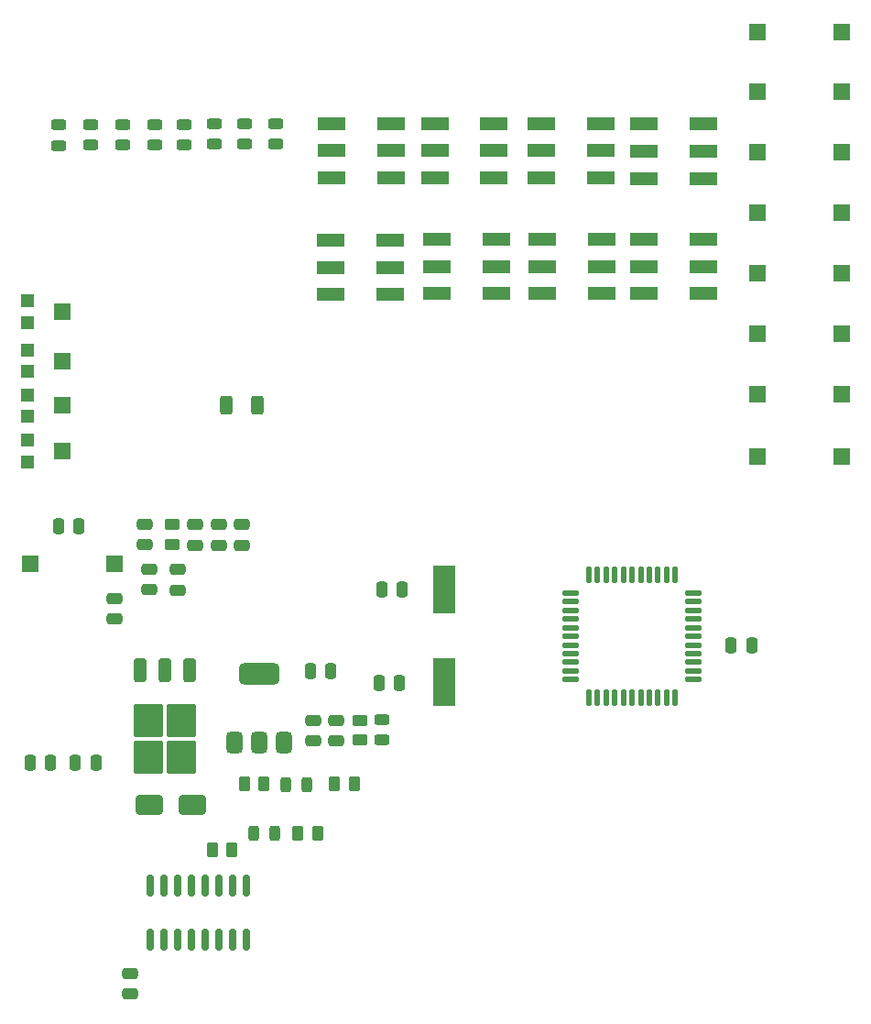
<source format=gbr>
%TF.GenerationSoftware,KiCad,Pcbnew,9.0.2*%
%TF.CreationDate,2025-09-03T21:46:32-05:00*%
%TF.ProjectId,ENRTENADOR ATMEGA1284P,454e5254-454e-4414-944f-522041544d45,rev?*%
%TF.SameCoordinates,Original*%
%TF.FileFunction,Paste,Top*%
%TF.FilePolarity,Positive*%
%FSLAX46Y46*%
G04 Gerber Fmt 4.6, Leading zero omitted, Abs format (unit mm)*
G04 Created by KiCad (PCBNEW 9.0.2) date 2025-09-03 21:46:32*
%MOMM*%
%LPD*%
G01*
G04 APERTURE LIST*
G04 Aperture macros list*
%AMRoundRect*
0 Rectangle with rounded corners*
0 $1 Rounding radius*
0 $2 $3 $4 $5 $6 $7 $8 $9 X,Y pos of 4 corners*
0 Add a 4 corners polygon primitive as box body*
4,1,4,$2,$3,$4,$5,$6,$7,$8,$9,$2,$3,0*
0 Add four circle primitives for the rounded corners*
1,1,$1+$1,$2,$3*
1,1,$1+$1,$4,$5*
1,1,$1+$1,$6,$7*
1,1,$1+$1,$8,$9*
0 Add four rect primitives between the rounded corners*
20,1,$1+$1,$2,$3,$4,$5,0*
20,1,$1+$1,$4,$5,$6,$7,0*
20,1,$1+$1,$6,$7,$8,$9,0*
20,1,$1+$1,$8,$9,$2,$3,0*%
G04 Aperture macros list end*
%ADD10RoundRect,0.243750X-0.456250X0.243750X-0.456250X-0.243750X0.456250X-0.243750X0.456250X0.243750X0*%
%ADD11R,2.500000X1.200000*%
%ADD12R,1.500000X1.500000*%
%ADD13RoundRect,0.150000X0.150000X-0.825000X0.150000X0.825000X-0.150000X0.825000X-0.150000X-0.825000X0*%
%ADD14RoundRect,0.250000X0.250000X0.475000X-0.250000X0.475000X-0.250000X-0.475000X0.250000X-0.475000X0*%
%ADD15RoundRect,0.250000X-0.262500X-0.450000X0.262500X-0.450000X0.262500X0.450000X-0.262500X0.450000X0*%
%ADD16RoundRect,0.250000X0.312500X0.625000X-0.312500X0.625000X-0.312500X-0.625000X0.312500X-0.625000X0*%
%ADD17RoundRect,0.243750X0.456250X-0.243750X0.456250X0.243750X-0.456250X0.243750X-0.456250X-0.243750X0*%
%ADD18R,2.000000X4.500000*%
%ADD19RoundRect,0.250000X0.475000X-0.250000X0.475000X0.250000X-0.475000X0.250000X-0.475000X-0.250000X0*%
%ADD20RoundRect,0.250000X-0.350000X0.850000X-0.350000X-0.850000X0.350000X-0.850000X0.350000X0.850000X0*%
%ADD21RoundRect,0.250000X-1.125000X1.275000X-1.125000X-1.275000X1.125000X-1.275000X1.125000X1.275000X0*%
%ADD22RoundRect,0.250000X-0.475000X0.250000X-0.475000X-0.250000X0.475000X-0.250000X0.475000X0.250000X0*%
%ADD23RoundRect,0.250000X0.450000X-0.262500X0.450000X0.262500X-0.450000X0.262500X-0.450000X-0.262500X0*%
%ADD24RoundRect,0.250000X1.000000X0.650000X-1.000000X0.650000X-1.000000X-0.650000X1.000000X-0.650000X0*%
%ADD25R,1.200000X1.200000*%
%ADD26R,1.500000X1.600000*%
%ADD27RoundRect,0.250000X-0.250000X-0.475000X0.250000X-0.475000X0.250000X0.475000X-0.250000X0.475000X0*%
%ADD28RoundRect,0.250000X0.262500X0.450000X-0.262500X0.450000X-0.262500X-0.450000X0.262500X-0.450000X0*%
%ADD29RoundRect,0.137500X-0.600000X-0.137500X0.600000X-0.137500X0.600000X0.137500X-0.600000X0.137500X0*%
%ADD30RoundRect,0.137500X-0.137500X-0.600000X0.137500X-0.600000X0.137500X0.600000X-0.137500X0.600000X0*%
%ADD31RoundRect,0.243750X0.243750X0.456250X-0.243750X0.456250X-0.243750X-0.456250X0.243750X-0.456250X0*%
%ADD32RoundRect,0.375000X0.375000X-0.625000X0.375000X0.625000X-0.375000X0.625000X-0.375000X-0.625000X0*%
%ADD33RoundRect,0.500000X1.400000X-0.500000X1.400000X0.500000X-1.400000X0.500000X-1.400000X-0.500000X0*%
G04 APERTURE END LIST*
D10*
%TO.C,D9*%
X22200000Y-12475000D03*
X22200000Y-14350000D03*
%TD*%
%TO.C,D10*%
X19400000Y-12475000D03*
X19400000Y-14350000D03*
%TD*%
D11*
%TO.C,S4*%
X35650000Y-28225000D03*
X35650000Y-25725000D03*
X35650000Y-23225000D03*
X30150000Y-28225000D03*
X30150000Y-25725000D03*
X30150000Y-23225000D03*
%TD*%
D12*
%TO.C,BT1*%
X77400000Y-43170000D03*
X69600000Y-43170000D03*
%TD*%
D13*
%TO.C,U1*%
X13490000Y-87810000D03*
X14760000Y-87810000D03*
X16030000Y-87810000D03*
X17300000Y-87810000D03*
X18570000Y-87810000D03*
X19840000Y-87810000D03*
X21110000Y-87810000D03*
X22380000Y-87810000D03*
X22380000Y-82860000D03*
X21110000Y-82860000D03*
X19840000Y-82860000D03*
X18570000Y-82860000D03*
X17300000Y-82860000D03*
X16030000Y-82860000D03*
X14760000Y-82860000D03*
X13490000Y-82860000D03*
%TD*%
D14*
%TO.C,C2*%
X4250000Y-71500000D03*
X2350000Y-71500000D03*
%TD*%
D15*
%TO.C,R3*%
X19175000Y-79500000D03*
X21000000Y-79500000D03*
%TD*%
D12*
%TO.C,BT8*%
X77400000Y-4020000D03*
X69600000Y-4020000D03*
%TD*%
D16*
%TO.C,R9*%
X23392500Y-38470000D03*
X20467500Y-38470000D03*
%TD*%
D10*
%TO.C,D12*%
X13850000Y-12537500D03*
X13850000Y-14412500D03*
%TD*%
D12*
%TO.C,BT4*%
X77400000Y-26250000D03*
X69600000Y-26250000D03*
%TD*%
D17*
%TO.C,D5*%
X34900000Y-69385000D03*
X34900000Y-67510000D03*
%TD*%
D18*
%TO.C,Y1*%
X40600000Y-64000000D03*
X40600000Y-55500000D03*
%TD*%
D12*
%TO.C,BT5*%
X77400000Y-20700000D03*
X69600000Y-20700000D03*
%TD*%
D19*
%TO.C,C5*%
X15960000Y-55520000D03*
X15960000Y-53620000D03*
%TD*%
D20*
%TO.C,U2*%
X17110000Y-62950000D03*
X14830000Y-62950000D03*
D21*
X16355000Y-67575000D03*
X13305000Y-67575000D03*
X16355000Y-70925000D03*
X13305000Y-70925000D03*
D20*
X12550000Y-62950000D03*
%TD*%
D15*
%TO.C,R4*%
X22160000Y-73450000D03*
X23985000Y-73450000D03*
%TD*%
D22*
%TO.C,C8*%
X12975000Y-49425000D03*
X12975000Y-51325000D03*
%TD*%
D14*
%TO.C,C15*%
X36775000Y-55500000D03*
X34875000Y-55500000D03*
%TD*%
D12*
%TO.C,SW1*%
X10180000Y-53080000D03*
X2380000Y-53080000D03*
%TD*%
D23*
%TO.C,R8*%
X15500000Y-51300000D03*
X15500000Y-49475000D03*
%TD*%
D24*
%TO.C,D2*%
X17390000Y-75370000D03*
X13390000Y-75370000D03*
%TD*%
D19*
%TO.C,C4*%
X13350000Y-55500000D03*
X13350000Y-53600000D03*
%TD*%
D25*
%TO.C,RV4*%
X2120000Y-28840000D03*
D26*
X5370000Y-29840000D03*
D25*
X2120000Y-30840000D03*
%TD*%
D11*
%TO.C,S8*%
X35700000Y-17450000D03*
X35700000Y-14950000D03*
X35700000Y-12450000D03*
X30200000Y-17450000D03*
X30200000Y-14950000D03*
X30200000Y-12450000D03*
%TD*%
D22*
%TO.C,C7*%
X19775000Y-49475000D03*
X19775000Y-51375000D03*
%TD*%
D11*
%TO.C,S1*%
X64575000Y-28150000D03*
X64575000Y-25650000D03*
X64575000Y-23150000D03*
X59075000Y-28150000D03*
X59075000Y-25650000D03*
X59075000Y-23150000D03*
%TD*%
D10*
%TO.C,D11*%
X16625000Y-12525000D03*
X16625000Y-14400000D03*
%TD*%
D27*
%TO.C,C11*%
X28255000Y-63030000D03*
X30155000Y-63030000D03*
%TD*%
D28*
%TO.C,R1*%
X28912500Y-78000000D03*
X27087500Y-78000000D03*
%TD*%
D12*
%TO.C,BT2*%
X77400000Y-37430000D03*
X69600000Y-37430000D03*
%TD*%
D27*
%TO.C,C13*%
X67150000Y-60600000D03*
X69050000Y-60600000D03*
%TD*%
D11*
%TO.C,S6*%
X55150000Y-17450000D03*
X55150000Y-14950000D03*
X55150000Y-12450000D03*
X49650000Y-17450000D03*
X49650000Y-14950000D03*
X49650000Y-12450000D03*
%TD*%
D23*
%TO.C,R7*%
X32830000Y-69372500D03*
X32830000Y-67547500D03*
%TD*%
D10*
%TO.C,D8*%
X25075000Y-12475000D03*
X25075000Y-14350000D03*
%TD*%
D28*
%TO.C,R2*%
X32320000Y-73440000D03*
X30495000Y-73440000D03*
%TD*%
D14*
%TO.C,C14*%
X36500000Y-64075000D03*
X34600000Y-64075000D03*
%TD*%
D22*
%TO.C,C6*%
X17625000Y-49475000D03*
X17625000Y-51375000D03*
%TD*%
D14*
%TO.C,C17*%
X6875000Y-49665000D03*
X4975000Y-49665000D03*
%TD*%
D27*
%TO.C,C1*%
X6550000Y-71500000D03*
X8450000Y-71500000D03*
%TD*%
D10*
%TO.C,D13*%
X10900000Y-12525000D03*
X10900000Y-14400000D03*
%TD*%
D11*
%TO.C,S7*%
X45250000Y-17450000D03*
X45250000Y-14950000D03*
X45250000Y-12450000D03*
X39750000Y-17450000D03*
X39750000Y-14950000D03*
X39750000Y-12450000D03*
%TD*%
%TO.C,S3*%
X45425000Y-28150000D03*
X45425000Y-25650000D03*
X45425000Y-23150000D03*
X39925000Y-28150000D03*
X39925000Y-25650000D03*
X39925000Y-23150000D03*
%TD*%
D29*
%TO.C,U4*%
X52337500Y-55800000D03*
X52337500Y-56600000D03*
X52337500Y-57400000D03*
X52337500Y-58200000D03*
X52337500Y-59000000D03*
X52337500Y-59800000D03*
X52337500Y-60600000D03*
X52337500Y-61400000D03*
X52337500Y-62200000D03*
X52337500Y-63000000D03*
X52337500Y-63800000D03*
D30*
X54000000Y-65462500D03*
X54800000Y-65462500D03*
X55600000Y-65462500D03*
X56400000Y-65462500D03*
X57200000Y-65462500D03*
X58000000Y-65462500D03*
X58800000Y-65462500D03*
X59600000Y-65462500D03*
X60400000Y-65462500D03*
X61200000Y-65462500D03*
X62000000Y-65462500D03*
D29*
X63662500Y-63800000D03*
X63662500Y-63000000D03*
X63662500Y-62200000D03*
X63662500Y-61400000D03*
X63662500Y-60600000D03*
X63662500Y-59800000D03*
X63662500Y-59000000D03*
X63662500Y-58200000D03*
X63662500Y-57400000D03*
X63662500Y-56600000D03*
X63662500Y-55800000D03*
D30*
X62000000Y-54137500D03*
X61200000Y-54137500D03*
X60400000Y-54137500D03*
X59600000Y-54137500D03*
X58800000Y-54137500D03*
X58000000Y-54137500D03*
X57200000Y-54137500D03*
X56400000Y-54137500D03*
X55600000Y-54137500D03*
X54800000Y-54137500D03*
X54000000Y-54137500D03*
%TD*%
D12*
%TO.C,BT7*%
X77400000Y-9470000D03*
X69600000Y-9470000D03*
%TD*%
D22*
%TO.C,C3*%
X11575000Y-90950000D03*
X11575000Y-92850000D03*
%TD*%
D10*
%TO.C,D15*%
X4950000Y-12575000D03*
X4950000Y-14450000D03*
%TD*%
D25*
%TO.C,RV3*%
X2090000Y-33360000D03*
D26*
X5340000Y-34360000D03*
D25*
X2090000Y-35360000D03*
%TD*%
D11*
%TO.C,S5*%
X64600000Y-17500000D03*
X64600000Y-15000000D03*
X64600000Y-12500000D03*
X59100000Y-17500000D03*
X59100000Y-15000000D03*
X59100000Y-12500000D03*
%TD*%
D19*
%TO.C,C16*%
X10150000Y-58200000D03*
X10150000Y-56300000D03*
%TD*%
D31*
%TO.C,D4*%
X27905000Y-73490000D03*
X26030000Y-73490000D03*
%TD*%
D25*
%TO.C,RV1*%
X2090000Y-41670000D03*
D26*
X5340000Y-42670000D03*
D25*
X2090000Y-43670000D03*
%TD*%
D22*
%TO.C,C12*%
X21900000Y-49475000D03*
X21900000Y-51375000D03*
%TD*%
%TO.C,C10*%
X30680000Y-67560000D03*
X30680000Y-69460000D03*
%TD*%
D31*
%TO.C,D3*%
X24937500Y-78000000D03*
X23062500Y-78000000D03*
%TD*%
D12*
%TO.C,BT3*%
X77400000Y-31880000D03*
X69600000Y-31880000D03*
%TD*%
D32*
%TO.C,U3*%
X21225000Y-69600000D03*
X23525000Y-69600000D03*
D33*
X23525000Y-63300000D03*
D32*
X25825000Y-69600000D03*
%TD*%
D12*
%TO.C,BT6*%
X77400000Y-15070000D03*
X69600000Y-15070000D03*
%TD*%
D25*
%TO.C,RV2*%
X2090000Y-37480000D03*
D26*
X5340000Y-38480000D03*
D25*
X2090000Y-39480000D03*
%TD*%
D10*
%TO.C,D14*%
X7950000Y-12550000D03*
X7950000Y-14425000D03*
%TD*%
D19*
%TO.C,C9*%
X28530000Y-69450000D03*
X28530000Y-67550000D03*
%TD*%
D11*
%TO.C,S2*%
X55175000Y-28150000D03*
X55175000Y-25650000D03*
X55175000Y-23150000D03*
X49675000Y-28150000D03*
X49675000Y-25650000D03*
X49675000Y-23150000D03*
%TD*%
M02*

</source>
